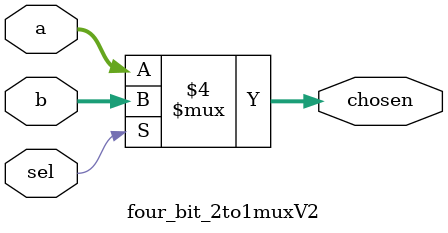
<source format=v>
module four_bit_2to1muxV2 (sel,a,b,chosen);
 
	input sel;
	input[3:0] a, b;
	output reg[3:0] chosen;
	
	always @(a,b,sel) begin
		if (sel == 1'b1) begin
			//Complete
			chosen <= b;
		end else begin
			//Complete
			chosen <= a;
		end
	end
 
endmodule

</source>
